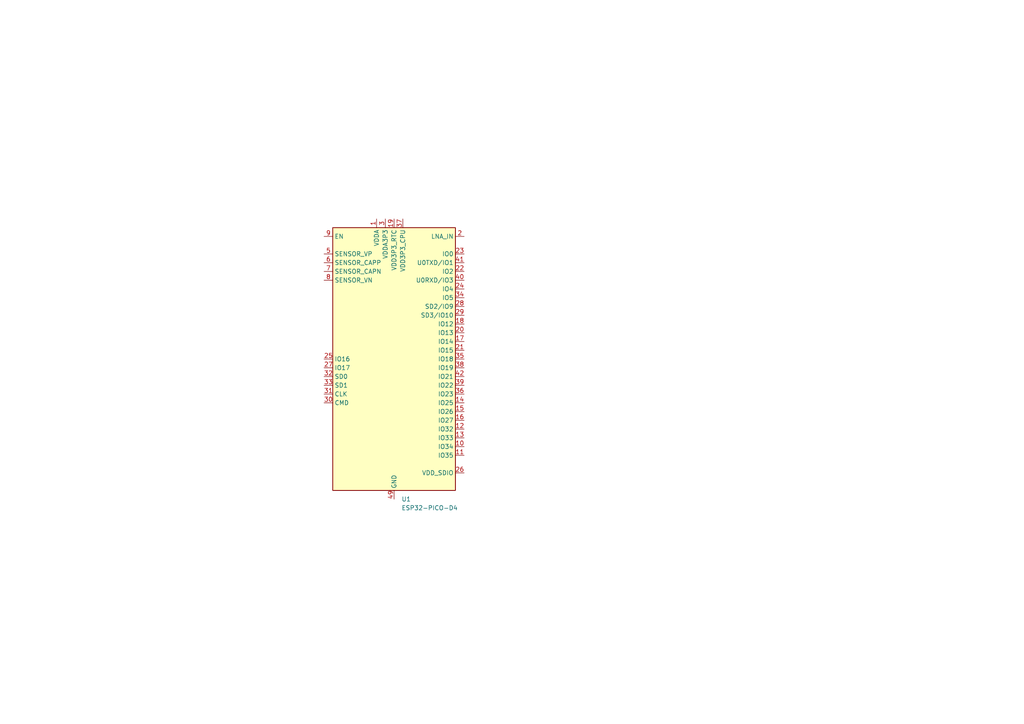
<source format=kicad_sch>
(kicad_sch (version 20250114) (generator "eeschema") (generator_version "9.0")
  (paper "A4")
  (lib_symbols
    (symbol "MCU_Espressif:ESP32-PICO-D4"
      (property "Reference" "U" (at -17.78 39.37 0))
      (property "Value" "ESP32-PICO-D4" (at 3.81 39.37 0))
      (symbol "ESP32-PICO-D4_0_0"
        (pin input line (at -20.32 35.56 0) (length 2.54) (name "EN") (number "9"))
        (pin input line (at -20.32 30.48 0) (length 2.54) (name "SENSOR_VP") (number "5"))
        (pin input line (at -20.32 27.94 0) (length 2.54) (name "SENSOR_CAPP") (number "6"))
        (pin input line (at -20.32 25.4 0) (length 2.54) (name "SENSOR_CAPN") (number "7"))
        (pin input line (at -20.32 22.86 0) (length 2.54) (name "SENSOR_VN") (number "8"))
        (pin bidirectional line (at -20.32 0 0) (length 2.54) (name "IO16") (number "25"))
        (pin bidirectional line (at -20.32 -2.54 0) (length 2.54) (name "IO17") (number "27"))
        (pin bidirectional line (at -20.32 -5.08 0) (length 2.54) (name "SD0") (number "32"))
        (pin bidirectional line (at -20.32 -7.62 0) (length 2.54) (name "SD1") (number "33"))
        (pin bidirectional line (at -20.32 -10.16 0) (length 2.54) (name "CLK") (number "31"))
        (pin bidirectional line (at -20.32 -12.7 0) (length 2.54) (name "CMD") (number "30"))
        (pin no_connect line (at -17.78 -25.4 0) (length 2.54) (hide yes) (name "XTAL_N_NC") (number "44"))
        (pin no_connect line (at -17.78 -27.94 0) (length 2.54) (hide yes) (name "XTAL_P_NC") (number "45"))
        (pin no_connect line (at -17.78 -30.48 0) (length 2.54) (hide yes) (name "CAP2_NC") (number "47"))
        (pin no_connect line (at -17.78 -33.02 0) (length 2.54) (hide yes) (name "CAP1_NC") (number "48"))
        (pin power_in line (at -5.08 40.64 270) (length 2.54) (name "VDDA") (number "1"))
        (pin passive line (at -5.08 40.64 270) (length 2.54) (hide yes) (name "VDDA") (number "43"))
        (pin passive line (at -5.08 40.64 270) (length 2.54) (hide yes) (name "VDDA") (number "46"))
        (pin power_in line (at -2.54 40.64 270) (length 2.54) (name "VDDA3P3") (number "3"))
        (pin passive line (at -2.54 40.64 270) (length 2.54) (hide yes) (name "VDDA3P3") (number "4"))
        (pin power_in line (at 0 40.64 270) (length 2.54) (name "VDD3P3_RTC") (number "19"))
        (pin power_in line (at 0 -40.64 90) (length 2.54) (name "GND") (number "49"))
        (pin power_in line (at 2.54 40.64 270) (length 2.54) (name "VDD3P3_CPU") (number "37"))
        (pin bidirectional line (at 20.32 35.56 180) (length 2.54) (name "LNA_IN") (number "2"))
        (pin bidirectional line (at 20.32 30.48 180) (length 2.54) (name "IO0") (number "23"))
        (pin bidirectional line (at 20.32 27.94 180) (length 2.54) (name "U0TXD/IO1") (number "41"))
        (pin bidirectional line (at 20.32 25.4 180) (length 2.54) (name "IO2") (number "22"))
        (pin bidirectional line (at 20.32 22.86 180) (length 2.54) (name "U0RXD/IO3") (number "40"))
        (pin bidirectional line (at 20.32 20.32 180) (length 2.54) (name "IO4") (number "24"))
        (pin bidirectional line (at 20.32 17.78 180) (length 2.54) (name "IO5") (number "34"))
        (pin bidirectional line (at 20.32 15.24 180) (length 2.54) (name "SD2/IO9") (number "28"))
        (pin bidirectional line (at 20.32 12.7 180) (length 2.54) (name "SD3/IO10") (number "29"))
        (pin bidirectional line (at 20.32 10.16 180) (length 2.54) (name "IO12") (number "18"))
        (pin bidirectional line (at 20.32 7.62 180) (length 2.54) (name "IO13") (number "20"))
        (pin bidirectional line (at 20.32 5.08 180) (length 2.54) (name "IO14") (number "17"))
        (pin bidirectional line (at 20.32 2.54 180) (length 2.54) (name "IO15") (number "21"))
        (pin bidirectional line (at 20.32 0 180) (length 2.54) (name "IO18") (number "35"))
        (pin bidirectional line (at 20.32 -2.54 180) (length 2.54) (name "IO19") (number "38"))
        (pin bidirectional line (at 20.32 -5.08 180) (length 2.54) (name "IO21") (number "42"))
        (pin bidirectional line (at 20.32 -7.62 180) (length 2.54) (name "IO22") (number "39"))
        (pin bidirectional line (at 20.32 -10.16 180) (length 2.54) (name "IO23") (number "36"))
        (pin bidirectional line (at 20.32 -12.7 180) (length 2.54) (name "IO25") (number "14"))
        (pin bidirectional line (at 20.32 -15.24 180) (length 2.54) (name "IO26") (number "15"))
        (pin bidirectional line (at 20.32 -17.78 180) (length 2.54) (name "IO27") (number "16"))
        (pin bidirectional line (at 20.32 -20.32 180) (length 2.54) (name "IO32") (number "12"))
        (pin bidirectional line (at 20.32 -22.86 180) (length 2.54) (name "IO33") (number "13"))
        (pin input line (at 20.32 -25.4 180) (length 2.54) (name "IO34") (number "10"))
        (pin input line (at 20.32 -27.94 180) (length 2.54) (name "IO35") (number "11"))
        (pin power_out line (at 20.32 -33.02 180) (length 2.54) (name "VDD_SDIO") (number "26"))
      )
      (symbol "ESP32-PICO-D4_0_1"
        (rectangle (start -17.78 38.1) (end 17.78 -38.1) (stroke (width 0.254)) (fill (type background)))
      )
    )
  )
  (symbol (lib_id "MCU_Espressif:ESP32-PICO-D4") (at 114.3 104.14 0) (unit 1)
    (property "Reference" "U1" (at 116.4433 144.78 0) (effects (justify left)))
    (property "Value" "ESP32-PICO-D4" (at 116.4433 147.32 0) (effects (justify left)))
    (property "Footprint" "Package_DFN_QFN:QFN-48-1EP_7x7mm_P0.5mm_EP5.3x5.3mm" (effects (hide yes)))
    (property "Datasheet" "https://www.espressif.com/sites/default/files/documentation/esp32-pico-d4_datasheet_en.pdf" (effects (hide yes)))
    (property "Description" "RF Module, ESP32 SoC, Wi-Fi 802.11b/g/n, Bluetooth, BLE, 32-bit, 2.7-3.6V, external antenna, QFN-48" (effects (hide yes)))
  )
)
</source>
